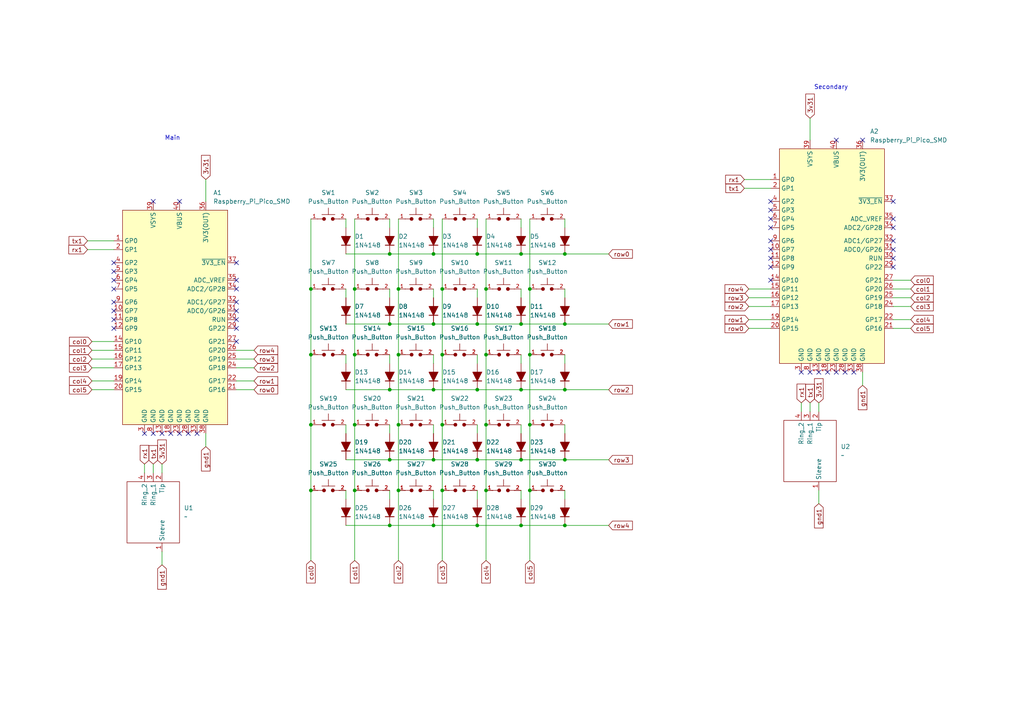
<source format=kicad_sch>
(kicad_sch (version 20250114) (generator "eeschema") (generator_version "9.0")
  (paper "A4")
  (lib_symbols
    (symbol "PCM_Diode_AKL:1N4148" (pin_numbers (hide yes)) (pin_names (offset 1.016) (hide yes))
      (property "Reference" "D" (at 0 5.08 0))
      (property "Value" "1N4148" (at 0 2.54 0))
      (symbol "1N4148_0_1"
        (polyline (pts (xy -1.27 1.27) (xy -1.27 -1.27) (xy 1.27 0) (xy -1.27 1.27)) (stroke (width 0.254)) (fill (type outline)))
        (polyline (pts (xy -1.27 0) (xy 1.27 0)))
        (polyline (pts (xy 1.27 1.27) (xy 1.27 -1.27)) (stroke (width 0.254)))
      )
      (symbol "1N4148_0_2"
        (polyline (pts (xy -2.54 -2.54) (xy 2.54 2.54)))
        (polyline (pts (xy -0.889 -0.889) (xy -1.778 0) (xy 0.889 0.889) (xy 0 -1.778) (xy -0.889 -0.889)) (stroke (width 0.254)) (fill (type outline)))
        (polyline (pts (xy 0 1.778) (xy 1.778 0)) (stroke (width 0.254)))
      )
      (symbol "1N4148_1_1"
        (pin passive line (at -3.81 0 0) (length 2.54) (name "A") (number "2"))
        (pin passive line (at 3.81 0 180) (length 2.54) (name "K") (number "1"))
      )
      (symbol "1N4148_1_2"
        (pin passive line (at -2.54 -2.54 0) (length 0) (name "A") (number "2"))
        (pin passive line (at 2.54 2.54 180) (length 0) (name "K") (number "1"))
      )
    )
    (symbol "PCM_SL_Devices:Push_Button"
      (property "Reference" "SW" (at 0 6.35 0))
      (property "Value" "Push_Button" (at 0 4.445 0))
      (symbol "Push_Button_0_1"
        (polyline (pts (xy -3.175 0) (xy -1.778 0)))
        (polyline (pts (xy -1.905 1.27) (xy 1.905 1.27)))
        (circle (center -1.27 0) (radius 0.4579) (fill (type outline)))
        (polyline (pts (xy 0 1.27) (xy 0 3.175)))
        (circle (center 1.27 0) (radius 0.4579) (fill (type outline)))
        (polyline (pts (xy 1.778 0) (xy 3.175 0)))
      )
      (symbol "Push_Button_1_1"
        (pin passive line (at -5.08 0 0) (length 2) (name "") (number "1"))
        (pin passive line (at 5.08 0 180) (length 2) (name "") (number "2"))
      )
    )
    (symbol "symbols:4ucon_trrs_3.5_smd"
      (property "Reference" "U" (at 0 0 0))
      (symbol "4ucon_trrs_3.5_smd_0_1"
        (polyline (pts (xy -5.08 8.89) (xy 10.16 8.89) (xy 10.16 -8.89) (xy -5.08 -8.89) (xy -5.08 8.89)))
      )
      (symbol "4ucon_trrs_3.5_smd_1_1"
        (pin bidirectional line (at 0 11.43 270) (length 2.54) (name "Ring_2") (number "4"))
        (pin bidirectional line (at 2.54 11.43 270) (length 2.54) (name "Ring_1") (number "3"))
        (pin bidirectional line (at 5.08 11.43 270) (length 2.54) (name "Tip") (number "2"))
        (pin bidirectional line (at 5.08 -11.43 90) (length 2.54) (name "Sleeve") (number "1"))
      )
    )
    (symbol "symbols:Raspberry_Pi_Pico_SMD"
      (property "Reference" "A" (at 12.7 34.29 0))
      (property "Value" "Raspberry_Pi_Pico_SMD" (at 21.59 31.75 0))
      (symbol "Raspberry_Pi_Pico_SMD_0_1"
        (rectangle (start -15.24 29.21) (end 15.24 -33.02) (fill (type background)))
      )
      (symbol "Raspberry_Pi_Pico_SMD_1_1"
        (pin bidirectional line (at -17.78 20.32 0) (length 2.54) (name "GP0") (number "1"))
        (pin bidirectional line (at -17.78 17.78 0) (length 2.54) (name "GP1") (number "2"))
        (pin bidirectional line (at -17.78 13.97 0) (length 2.54) (name "GP2") (number "4"))
        (pin bidirectional line (at -17.78 11.43 0) (length 2.54) (name "GP3") (number "5"))
        (pin bidirectional line (at -17.78 8.89 0) (length 2.54) (name "GP4") (number "6"))
        (pin bidirectional line (at -17.78 6.35 0) (length 2.54) (name "GP5") (number "7"))
        (pin bidirectional line (at -17.78 2.54 0) (length 2.54) (name "GP6") (number "9"))
        (pin bidirectional line (at -17.78 0 0) (length 2.54) (name "GP7") (number "10"))
        (pin bidirectional line (at -17.78 -2.54 0) (length 2.54) (name "GP8") (number "11"))
        (pin bidirectional line (at -17.78 -5.08 0) (length 2.54) (name "GP9") (number "12"))
        (pin bidirectional line (at -17.78 -8.89 0) (length 2.54) (name "GP10") (number "14"))
        (pin bidirectional line (at -17.78 -11.43 0) (length 2.54) (name "GP11") (number "15"))
        (pin bidirectional line (at -17.78 -13.97 0) (length 2.54) (name "GP12") (number "16"))
        (pin bidirectional line (at -17.78 -16.51 0) (length 2.54) (name "GP13") (number "17"))
        (pin bidirectional line (at -17.78 -20.32 0) (length 2.54) (name "GP14") (number "19"))
        (pin bidirectional line (at -17.78 -22.86 0) (length 2.54) (name "GP15") (number "20"))
        (pin power_in line (at -8.89 -35.56 90) (length 2.54) (name "GND") (number "3"))
        (pin power_in line (at -6.35 31.75 270) (length 2.54) (name "VSYS") (number "39"))
        (pin power_in line (at -6.35 -35.56 90) (length 2.54) (name "GND") (number "8"))
        (pin power_in line (at -3.81 -35.56 90) (length 2.54) (name "GND") (number "13"))
        (pin power_in line (at -1.27 -35.56 90) (length 2.54) (name "GND") (number "18"))
        (pin power_in line (at 1.27 31.75 270) (length 2.54) (name "VBUS") (number "40"))
        (pin power_in line (at 1.27 -35.56 90) (length 2.54) (name "GND") (number "23"))
        (pin power_in line (at 3.81 -35.56 90) (length 2.54) (name "GND") (number "28"))
        (pin power_in line (at 6.35 -35.56 90) (length 2.54) (name "GND") (number "33"))
        (pin power_in line (at 8.89 31.75 270) (length 2.54) (name "3V3(OUT)") (number "36"))
        (pin power_in line (at 8.89 -35.56 90) (length 2.54) (name "GND") (number "38"))
        (pin bidirectional line (at 17.78 13.97 180) (length 2.54) (name "~{3V3_EN}") (number "37"))
        (pin bidirectional line (at 17.78 8.89 180) (length 2.54) (name "ADC_VREF") (number "35"))
        (pin bidirectional line (at 17.78 6.35 180) (length 2.54) (name "ADC2/GP28") (number "34"))
        (pin bidirectional line (at 17.78 2.54 180) (length 2.54) (name "ADC1/GP27") (number "32"))
        (pin bidirectional line (at 17.78 0 180) (length 2.54) (name "ADC0/GP26") (number "31"))
        (pin bidirectional line (at 17.78 -2.54 180) (length 2.54) (name "RUN") (number "30"))
        (pin bidirectional line (at 17.78 -5.08 180) (length 2.54) (name "GP22") (number "29"))
        (pin bidirectional line (at 17.78 -8.89 180) (length 2.54) (name "GP21") (number "27"))
        (pin bidirectional line (at 17.78 -11.43 180) (length 2.54) (name "GP20") (number "26"))
        (pin bidirectional line (at 17.78 -13.97 180) (length 2.54) (name "GP19") (number "25"))
        (pin bidirectional line (at 17.78 -16.51 180) (length 2.54) (name "GP18") (number "24"))
        (pin bidirectional line (at 17.78 -20.32 180) (length 2.54) (name "GP17") (number "22"))
        (pin bidirectional line (at 17.78 -22.86 180) (length 2.54) (name "GP16") (number "21"))
      )
    )
  )
  (text "Main" (at 50.038 40.132 0) (effects (font (size 1.27 1.27))))
  (text "Secondary" (at 241.046 25.4 0) (effects (font (size 1.27 1.27))))
  (junction (at 153.67 83.82))
  (junction (at 102.87 123.19))
  (junction (at 90.17 142.24))
  (junction (at 140.97 142.24))
  (junction (at 151.13 73.66))
  (junction (at 90.17 102.87))
  (junction (at 90.17 123.19))
  (junction (at 151.13 152.4))
  (junction (at 125.73 73.66))
  (junction (at 138.43 93.98))
  (junction (at 128.27 83.82))
  (junction (at 151.13 133.35))
  (junction (at 153.67 102.87))
  (junction (at 151.13 113.03))
  (junction (at 102.87 102.87))
  (junction (at 138.43 152.4))
  (junction (at 151.13 93.98))
  (junction (at 125.73 133.35))
  (junction (at 113.03 93.98))
  (junction (at 138.43 113.03))
  (junction (at 102.87 142.24))
  (junction (at 140.97 123.19))
  (junction (at 163.83 152.4))
  (junction (at 115.57 123.19))
  (junction (at 102.87 83.82))
  (junction (at 138.43 73.66))
  (junction (at 138.43 133.35))
  (junction (at 113.03 152.4))
  (junction (at 115.57 142.24))
  (junction (at 115.57 83.82))
  (junction (at 163.83 73.66))
  (junction (at 113.03 73.66))
  (junction (at 113.03 133.35))
  (junction (at 125.73 152.4))
  (junction (at 125.73 93.98))
  (junction (at 113.03 113.03))
  (junction (at 140.97 83.82))
  (junction (at 163.83 113.03))
  (junction (at 163.83 93.98))
  (junction (at 163.83 133.35))
  (junction (at 128.27 142.24))
  (junction (at 140.97 102.87))
  (junction (at 128.27 102.87))
  (junction (at 90.17 83.82))
  (junction (at 153.67 142.24))
  (junction (at 125.73 113.03))
  (junction (at 115.57 102.87))
  (junction (at 153.67 123.19))
  (junction (at 128.27 123.19))
  (no_connect (at 223.52 72.39))
  (no_connect (at 52.07 125.73))
  (no_connect (at 68.58 87.63))
  (no_connect (at 68.58 92.71))
  (no_connect (at 44.45 125.73))
  (no_connect (at 57.15 125.73))
  (no_connect (at 68.58 90.17))
  (no_connect (at 46.99 125.73))
  (no_connect (at 33.02 87.63))
  (no_connect (at 52.07 58.42))
  (no_connect (at 33.02 92.71))
  (no_connect (at 68.58 76.2))
  (no_connect (at 33.02 83.82))
  (no_connect (at 33.02 78.74))
  (no_connect (at 68.58 99.06))
  (no_connect (at 237.49 107.95))
  (no_connect (at 259.08 63.5))
  (no_connect (at 247.65 107.95))
  (no_connect (at 223.52 74.93))
  (no_connect (at 41.91 125.73))
  (no_connect (at 259.08 77.47))
  (no_connect (at 44.45 58.42))
  (no_connect (at 223.52 63.5))
  (no_connect (at 223.52 58.42))
  (no_connect (at 259.08 72.39))
  (no_connect (at 49.53 125.73))
  (no_connect (at 33.02 90.17))
  (no_connect (at 259.08 66.04))
  (no_connect (at 242.57 40.64))
  (no_connect (at 54.61 125.73))
  (no_connect (at 223.52 77.47))
  (no_connect (at 250.19 40.64))
  (no_connect (at 68.58 81.28))
  (no_connect (at 232.41 107.95))
  (no_connect (at 33.02 95.25))
  (no_connect (at 259.08 69.85))
  (no_connect (at 223.52 69.85))
  (no_connect (at 234.95 107.95))
  (no_connect (at 33.02 76.2))
  (no_connect (at 223.52 60.96))
  (no_connect (at 68.58 95.25))
  (no_connect (at 259.08 74.93))
  (no_connect (at 33.02 81.28))
  (no_connect (at 242.57 107.95))
  (no_connect (at 240.03 107.95))
  (no_connect (at 68.58 83.82))
  (no_connect (at 223.52 81.28))
  (no_connect (at 245.11 107.95))
  (no_connect (at 259.08 58.42))
  (no_connect (at 223.52 66.04))
  (wire (pts (xy 217.17 83.82) (xy 223.52 83.82)))
  (wire (pts (xy 113.03 133.35) (xy 125.73 133.35)))
  (wire (pts (xy 217.17 92.71) (xy 223.52 92.71)))
  (wire (pts (xy 46.99 134.62) (xy 46.99 137.16)))
  (wire (pts (xy 26.67 113.03) (xy 33.02 113.03)))
  (wire (pts (xy 68.58 113.03) (xy 73.66 113.03)))
  (wire (pts (xy 140.97 63.5) (xy 140.97 83.82)))
  (wire (pts (xy 125.73 133.35) (xy 138.43 133.35)))
  (wire (pts (xy 163.83 73.66) (xy 176.53 73.66)))
  (wire (pts (xy 151.13 83.82) (xy 151.13 86.36)))
  (wire (pts (xy 259.08 95.25) (xy 264.16 95.25)))
  (wire (pts (xy 113.03 113.03) (xy 125.73 113.03)))
  (wire (pts (xy 163.83 152.4) (xy 176.53 152.4)))
  (wire (pts (xy 125.73 123.19) (xy 125.73 125.73)))
  (wire (pts (xy 128.27 123.19) (xy 128.27 142.24)))
  (wire (pts (xy 100.33 142.24) (xy 100.33 144.78)))
  (wire (pts (xy 115.57 63.5) (xy 115.57 83.82)))
  (wire (pts (xy 250.19 107.95) (xy 250.19 111.76)))
  (wire (pts (xy 237.49 116.84) (xy 237.49 119.38)))
  (wire (pts (xy 113.03 142.24) (xy 113.03 144.78)))
  (wire (pts (xy 259.08 83.82) (xy 264.16 83.82)))
  (wire (pts (xy 125.73 152.4) (xy 138.43 152.4)))
  (wire (pts (xy 163.83 113.03) (xy 176.53 113.03)))
  (wire (pts (xy 102.87 142.24) (xy 102.87 162.56)))
  (wire (pts (xy 234.95 34.29) (xy 234.95 40.64)))
  (wire (pts (xy 234.95 116.84) (xy 234.95 119.38)))
  (wire (pts (xy 153.67 142.24) (xy 153.67 162.56)))
  (wire (pts (xy 163.83 93.98) (xy 176.53 93.98)))
  (wire (pts (xy 163.83 102.87) (xy 163.83 105.41)))
  (wire (pts (xy 68.58 110.49) (xy 73.66 110.49)))
  (wire (pts (xy 217.17 88.9) (xy 223.52 88.9)))
  (wire (pts (xy 115.57 123.19) (xy 115.57 142.24)))
  (wire (pts (xy 140.97 102.87) (xy 140.97 123.19)))
  (wire (pts (xy 138.43 63.5) (xy 138.43 66.04)))
  (wire (pts (xy 26.67 104.14) (xy 33.02 104.14)))
  (wire (pts (xy 153.67 123.19) (xy 153.67 142.24)))
  (wire (pts (xy 232.41 116.84) (xy 232.41 119.38)))
  (wire (pts (xy 100.33 123.19) (xy 100.33 125.73)))
  (wire (pts (xy 102.87 83.82) (xy 102.87 102.87)))
  (wire (pts (xy 68.58 104.14) (xy 73.66 104.14)))
  (wire (pts (xy 215.9 54.61) (xy 223.52 54.61)))
  (wire (pts (xy 128.27 142.24) (xy 128.27 162.56)))
  (wire (pts (xy 138.43 93.98) (xy 151.13 93.98)))
  (wire (pts (xy 25.4 72.39) (xy 33.02 72.39)))
  (wire (pts (xy 138.43 73.66) (xy 151.13 73.66)))
  (wire (pts (xy 237.49 142.24) (xy 237.49 146.05)))
  (wire (pts (xy 115.57 102.87) (xy 115.57 123.19)))
  (wire (pts (xy 153.67 63.5) (xy 153.67 83.82)))
  (wire (pts (xy 59.69 125.73) (xy 59.69 129.54)))
  (wire (pts (xy 151.13 102.87) (xy 151.13 105.41)))
  (wire (pts (xy 125.73 73.66) (xy 138.43 73.66)))
  (wire (pts (xy 102.87 102.87) (xy 102.87 123.19)))
  (wire (pts (xy 125.73 142.24) (xy 125.73 144.78)))
  (wire (pts (xy 151.13 73.66) (xy 163.83 73.66)))
  (wire (pts (xy 259.08 86.36) (xy 264.16 86.36)))
  (wire (pts (xy 100.33 133.35) (xy 113.03 133.35)))
  (wire (pts (xy 90.17 123.19) (xy 90.17 142.24)))
  (wire (pts (xy 140.97 142.24) (xy 140.97 162.56)))
  (wire (pts (xy 90.17 83.82) (xy 90.17 102.87)))
  (wire (pts (xy 138.43 152.4) (xy 151.13 152.4)))
  (wire (pts (xy 113.03 102.87) (xy 113.03 105.41)))
  (wire (pts (xy 138.43 142.24) (xy 138.43 144.78)))
  (wire (pts (xy 153.67 83.82) (xy 153.67 102.87)))
  (wire (pts (xy 215.9 52.07) (xy 223.52 52.07)))
  (wire (pts (xy 128.27 63.5) (xy 128.27 83.82)))
  (wire (pts (xy 100.33 93.98) (xy 113.03 93.98)))
  (wire (pts (xy 113.03 83.82) (xy 113.03 86.36)))
  (wire (pts (xy 68.58 106.68) (xy 73.66 106.68)))
  (wire (pts (xy 90.17 142.24) (xy 90.17 162.56)))
  (wire (pts (xy 115.57 83.82) (xy 115.57 102.87)))
  (wire (pts (xy 151.13 133.35) (xy 163.83 133.35)))
  (wire (pts (xy 138.43 123.19) (xy 138.43 125.73)))
  (wire (pts (xy 128.27 83.82) (xy 128.27 102.87)))
  (wire (pts (xy 125.73 93.98) (xy 138.43 93.98)))
  (wire (pts (xy 102.87 123.19) (xy 102.87 142.24)))
  (wire (pts (xy 113.03 123.19) (xy 113.03 125.73)))
  (wire (pts (xy 90.17 63.5) (xy 90.17 83.82)))
  (wire (pts (xy 125.73 102.87) (xy 125.73 105.41)))
  (wire (pts (xy 26.67 99.06) (xy 33.02 99.06)))
  (wire (pts (xy 140.97 123.19) (xy 140.97 142.24)))
  (wire (pts (xy 90.17 102.87) (xy 90.17 123.19)))
  (wire (pts (xy 138.43 113.03) (xy 151.13 113.03)))
  (wire (pts (xy 217.17 86.36) (xy 223.52 86.36)))
  (wire (pts (xy 100.33 73.66) (xy 113.03 73.66)))
  (wire (pts (xy 151.13 93.98) (xy 163.83 93.98)))
  (wire (pts (xy 138.43 133.35) (xy 151.13 133.35)))
  (wire (pts (xy 153.67 102.87) (xy 153.67 123.19)))
  (wire (pts (xy 25.4 69.85) (xy 33.02 69.85)))
  (wire (pts (xy 125.73 63.5) (xy 125.73 66.04)))
  (wire (pts (xy 115.57 142.24) (xy 115.57 162.56)))
  (wire (pts (xy 26.67 110.49) (xy 33.02 110.49)))
  (wire (pts (xy 113.03 63.5) (xy 113.03 66.04)))
  (wire (pts (xy 113.03 93.98) (xy 125.73 93.98)))
  (wire (pts (xy 59.69 52.07) (xy 59.69 58.42)))
  (wire (pts (xy 163.83 142.24) (xy 163.83 144.78)))
  (wire (pts (xy 151.13 113.03) (xy 163.83 113.03)))
  (wire (pts (xy 26.67 101.6) (xy 33.02 101.6)))
  (wire (pts (xy 125.73 83.82) (xy 125.73 86.36)))
  (wire (pts (xy 163.83 63.5) (xy 163.83 66.04)))
  (wire (pts (xy 151.13 152.4) (xy 163.83 152.4)))
  (wire (pts (xy 138.43 83.82) (xy 138.43 86.36)))
  (wire (pts (xy 259.08 81.28) (xy 264.16 81.28)))
  (wire (pts (xy 151.13 123.19) (xy 151.13 125.73)))
  (wire (pts (xy 100.33 102.87) (xy 100.33 105.41)))
  (wire (pts (xy 128.27 102.87) (xy 128.27 123.19)))
  (wire (pts (xy 41.91 134.62) (xy 41.91 137.16)))
  (wire (pts (xy 100.33 83.82) (xy 100.33 86.36)))
  (wire (pts (xy 259.08 92.71) (xy 264.16 92.71)))
  (wire (pts (xy 68.58 101.6) (xy 73.66 101.6)))
  (wire (pts (xy 46.99 160.02) (xy 46.99 163.83)))
  (wire (pts (xy 217.17 95.25) (xy 223.52 95.25)))
  (wire (pts (xy 163.83 123.19) (xy 163.83 125.73)))
  (wire (pts (xy 102.87 63.5) (xy 102.87 83.82)))
  (wire (pts (xy 113.03 73.66) (xy 125.73 73.66)))
  (wire (pts (xy 138.43 102.87) (xy 138.43 105.41)))
  (wire (pts (xy 140.97 83.82) (xy 140.97 102.87)))
  (wire (pts (xy 100.33 113.03) (xy 113.03 113.03)))
  (wire (pts (xy 259.08 88.9) (xy 264.16 88.9)))
  (wire (pts (xy 151.13 63.5) (xy 151.13 66.04)))
  (wire (pts (xy 26.67 106.68) (xy 33.02 106.68)))
  (wire (pts (xy 100.33 63.5) (xy 100.33 66.04)))
  (wire (pts (xy 163.83 83.82) (xy 163.83 86.36)))
  (wire (pts (xy 113.03 152.4) (xy 125.73 152.4)))
  (wire (pts (xy 163.83 133.35) (xy 176.53 133.35)))
  (wire (pts (xy 100.33 152.4) (xy 113.03 152.4)))
  (wire (pts (xy 44.45 134.62) (xy 44.45 137.16)))
  (wire (pts (xy 151.13 142.24) (xy 151.13 144.78)))
  (wire (pts (xy 125.73 113.03) (xy 138.43 113.03)))
  (global_label "row4" (shape input) (at 176.53 152.4 0) (property "Intersheetrefs" "${INTERSHEET_REFS}" (effects (hide yes))))
  (global_label "3v31" (shape input) (at 234.95 34.29 90) (property "Intersheetrefs" "${INTERSHEET_REFS}" (effects (hide yes))))
  (global_label "row2" (shape input) (at 73.66 106.68 0) (property "Intersheetrefs" "${INTERSHEET_REFS}" (effects (hide yes))))
  (global_label "row1" (shape input) (at 176.53 93.98 0) (property "Intersheetrefs" "${INTERSHEET_REFS}" (effects (hide yes))))
  (global_label "col1" (shape input) (at 26.67 101.6 180) (property "Intersheetrefs" "${INTERSHEET_REFS}" (effects (hide yes))))
  (global_label "rx1" (shape input) (at 215.9 52.07 180) (property "Intersheetrefs" "${INTERSHEET_REFS}" (effects (hide yes))))
  (global_label "rx1" (shape input) (at 232.41 116.84 90) (property "Intersheetrefs" "${INTERSHEET_REFS}" (effects (hide yes))))
  (global_label "col0" (shape input) (at 90.17 162.56 270) (property "Intersheetrefs" "${INTERSHEET_REFS}" (effects (hide yes))))
  (global_label "rx1" (shape input) (at 41.91 134.62 90) (property "Intersheetrefs" "${INTERSHEET_REFS}" (effects (hide yes))))
  (global_label "row3" (shape input) (at 73.66 104.14 0) (property "Intersheetrefs" "${INTERSHEET_REFS}" (effects (hide yes))))
  (global_label "row1" (shape input) (at 73.66 110.49 0) (property "Intersheetrefs" "${INTERSHEET_REFS}" (effects (hide yes))))
  (global_label "col4" (shape input) (at 264.16 92.71 0) (property "Intersheetrefs" "${INTERSHEET_REFS}" (effects (hide yes))))
  (global_label "rx1" (shape input) (at 25.4 72.39 180) (property "Intersheetrefs" "${INTERSHEET_REFS}" (effects (hide yes))))
  (global_label "3v31" (shape input) (at 237.49 116.84 90) (property "Intersheetrefs" "${INTERSHEET_REFS}" (effects (hide yes))))
  (global_label "col3" (shape input) (at 264.16 88.9 0) (property "Intersheetrefs" "${INTERSHEET_REFS}" (effects (hide yes))))
  (global_label "gnd1" (shape input) (at 46.99 163.83 270) (property "Intersheetrefs" "${INTERSHEET_REFS}" (effects (hide yes))))
  (global_label "tx1" (shape input) (at 234.95 116.84 90) (property "Intersheetrefs" "${INTERSHEET_REFS}" (effects (hide yes))))
  (global_label "row0" (shape input) (at 176.53 73.66 0) (property "Intersheetrefs" "${INTERSHEET_REFS}" (effects (hide yes))))
  (global_label "row3" (shape input) (at 176.53 133.35 0) (property "Intersheetrefs" "${INTERSHEET_REFS}" (effects (hide yes))))
  (global_label "tx1" (shape input) (at 215.9 54.61 180) (property "Intersheetrefs" "${INTERSHEET_REFS}" (effects (hide yes))))
  (global_label "row4" (shape input) (at 73.66 101.6 0) (property "Intersheetrefs" "${INTERSHEET_REFS}" (effects (hide yes))))
  (global_label "col2" (shape input) (at 26.67 104.14 180) (property "Intersheetrefs" "${INTERSHEET_REFS}" (effects (hide yes))))
  (global_label "col3" (shape input) (at 26.67 106.68 180) (property "Intersheetrefs" "${INTERSHEET_REFS}" (effects (hide yes))))
  (global_label "row0" (shape input) (at 217.17 95.25 180) (property "Intersheetrefs" "${INTERSHEET_REFS}" (effects (hide yes))))
  (global_label "col0" (shape input) (at 26.67 99.06 180) (property "Intersheetrefs" "${INTERSHEET_REFS}" (effects (hide yes))))
  (global_label "3v31" (shape input) (at 46.99 134.62 90) (property "Intersheetrefs" "${INTERSHEET_REFS}" (effects (hide yes))))
  (global_label "tx1" (shape input) (at 44.45 134.62 90) (property "Intersheetrefs" "${INTERSHEET_REFS}" (effects (hide yes))))
  (global_label "col3" (shape input) (at 128.27 162.56 270) (property "Intersheetrefs" "${INTERSHEET_REFS}" (effects (hide yes))))
  (global_label "col1" (shape input) (at 264.16 83.82 0) (property "Intersheetrefs" "${INTERSHEET_REFS}" (effects (hide yes))))
  (global_label "row2" (shape input) (at 176.53 113.03 0) (property "Intersheetrefs" "${INTERSHEET_REFS}" (effects (hide yes))))
  (global_label "col1" (shape input) (at 102.87 162.56 270) (property "Intersheetrefs" "${INTERSHEET_REFS}" (effects (hide yes))))
  (global_label "col2" (shape input) (at 264.16 86.36 0) (property "Intersheetrefs" "${INTERSHEET_REFS}" (effects (hide yes))))
  (global_label "row2" (shape input) (at 217.17 88.9 180) (property "Intersheetrefs" "${INTERSHEET_REFS}" (effects (hide yes))))
  (global_label "3v31" (shape input) (at 59.69 52.07 90) (property "Intersheetrefs" "${INTERSHEET_REFS}" (effects (hide yes))))
  (global_label "col5" (shape input) (at 26.67 113.03 180) (property "Intersheetrefs" "${INTERSHEET_REFS}" (effects (hide yes))))
  (global_label "col2" (shape input) (at 115.57 162.56 270) (property "Intersheetrefs" "${INTERSHEET_REFS}" (effects (hide yes))))
  (global_label "col5" (shape input) (at 264.16 95.25 0) (property "Intersheetrefs" "${INTERSHEET_REFS}" (effects (hide yes))))
  (global_label "gnd1" (shape input) (at 59.69 129.54 270) (property "Intersheetrefs" "${INTERSHEET_REFS}" (effects (hide yes))))
  (global_label "row1" (shape input) (at 217.17 92.71 180) (property "Intersheetrefs" "${INTERSHEET_REFS}" (effects (hide yes))))
  (global_label "tx1" (shape input) (at 25.4 69.85 180) (property "Intersheetrefs" "${INTERSHEET_REFS}" (effects (hide yes))))
  (global_label "col4" (shape input) (at 140.97 162.56 270) (property "Intersheetrefs" "${INTERSHEET_REFS}" (effects (hide yes))))
  (global_label "gnd1" (shape input) (at 250.19 111.76 270) (property "Intersheetrefs" "${INTERSHEET_REFS}" (effects (hide yes))))
  (global_label "col0" (shape input) (at 264.16 81.28 0) (property "Intersheetrefs" "${INTERSHEET_REFS}" (effects (hide yes))))
  (global_label "gnd1" (shape input) (at 237.49 146.05 270) (property "Intersheetrefs" "${INTERSHEET_REFS}" (effects (hide yes))))
  (global_label "row3" (shape input) (at 217.17 86.36 180) (property "Intersheetrefs" "${INTERSHEET_REFS}" (effects (hide yes))))
  (global_label "col4" (shape input) (at 26.67 110.49 180) (property "Intersheetrefs" "${INTERSHEET_REFS}" (effects (hide yes))))
  (global_label "col5" (shape input) (at 153.67 162.56 270) (property "Intersheetrefs" "${INTERSHEET_REFS}" (effects (hide yes))))
  (global_label "row4" (shape input) (at 217.17 83.82 180) (property "Intersheetrefs" "${INTERSHEET_REFS}" (effects (hide yes))))
  (global_label "row0" (shape input) (at 73.66 113.03 0) (property "Intersheetrefs" "${INTERSHEET_REFS}" (effects (hide yes))))
  (symbol (lib_id "symbols:4ucon_trrs_3.5_smd") (at 41.91 148.59 0) (unit 1)
    (property "Reference" "U1" (at 53.34 147.3199 0) (effects (justify left)))
    (property "Value" "~" (at 53.34 149.8599 0) (effects (justify left)))
    (property "Footprint" "footprints:4ucon trrs 3.5 smd" (effects (hide yes)))
  )
  (symbol (lib_id "PCM_Diode_AKL:1N4148") (at 125.73 90.17 270) (unit 1)
    (property "Reference" "D9" (at 128.27 88.8999 90) (effects (justify left)))
    (property "Value" "1N4148" (at 128.27 91.4399 90) (effects (justify left)))
    (property "Footprint" "PCM_Diode_THT_AKL:D_DO-35_SOD27_P7.62mm_Horizontal" (effects (hide yes)))
    (property "Datasheet" "https://datasheet.octopart.com/1N4148TR-ON-Semiconductor-datasheet-42765246.pdf" (effects (hide yes)))
    (property "Description" "DO-35 Diode, Small Signal, Fast Switching, 75V, 150mA, 4ns, Alternate KiCad Library" (effects (hide yes)))
  )
  (symbol (lib_id "PCM_SL_Devices:Push_Button") (at 158.75 102.87 0) (unit 1)
    (property "Reference" "SW18" (at 158.75 95.25 0))
    (property "Value" "Push_Button" (at 158.75 97.79 0))
    (property "Footprint" "footprints:SW_Kailh_Choc_V2_1.00u_double-sided" (effects (hide yes)))
    (property "Description" "Common 6mmx6mm Push Button" (effects (hide yes)))
  )
  (symbol (lib_id "PCM_Diode_AKL:1N4148") (at 151.13 90.17 270) (unit 1)
    (property "Reference" "D11" (at 153.67 88.8999 90) (effects (justify left)))
    (property "Value" "1N4148" (at 153.67 91.4399 90) (effects (justify left)))
    (property "Footprint" "PCM_Diode_THT_AKL:D_DO-35_SOD27_P7.62mm_Horizontal" (effects (hide yes)))
    (property "Datasheet" "https://datasheet.octopart.com/1N4148TR-ON-Semiconductor-datasheet-42765246.pdf" (effects (hide yes)))
    (property "Description" "DO-35 Diode, Small Signal, Fast Switching, 75V, 150mA, 4ns, Alternate KiCad Library" (effects (hide yes)))
  )
  (symbol (lib_id "PCM_Diode_AKL:1N4148") (at 163.83 148.59 270) (unit 1)
    (property "Reference" "D30" (effects (hide yes)))
    (property "Value" "1N4148" (effects (hide yes)))
    (property "Footprint" "PCM_Diode_THT_AKL:D_DO-35_SOD27_P7.62mm_Horizontal" (effects (hide yes)))
    (property "Datasheet" "https://datasheet.octopart.com/1N4148TR-ON-Semiconductor-datasheet-42765246.pdf" (effects (hide yes)))
    (property "Description" "DO-35 Diode, Small Signal, Fast Switching, 75V, 150mA, 4ns, Alternate KiCad Library" (effects (hide yes)))
  )
  (symbol (lib_id "PCM_SL_Devices:Push_Button") (at 120.65 83.82 0) (unit 1)
    (property "Reference" "SW9" (at 120.65 76.2 0))
    (property "Value" "Push_Button" (at 120.65 78.74 0))
    (property "Footprint" "footprints:SW_Kailh_Choc_V2_1.00u_double-sided" (effects (hide yes)))
    (property "Description" "Common 6mmx6mm Push Button" (effects (hide yes)))
  )
  (symbol (lib_id "PCM_Diode_AKL:1N4148") (at 113.03 109.22 270) (unit 1)
    (property "Reference" "D14" (at 115.57 107.9499 90) (effects (justify left)))
    (property "Value" "1N4148" (at 115.57 110.4899 90) (effects (justify left)))
    (property "Footprint" "PCM_Diode_THT_AKL:D_DO-35_SOD27_P7.62mm_Horizontal" (effects (hide yes)))
    (property "Datasheet" "https://datasheet.octopart.com/1N4148TR-ON-Semiconductor-datasheet-42765246.pdf" (effects (hide yes)))
    (property "Description" "DO-35 Diode, Small Signal, Fast Switching, 75V, 150mA, 4ns, Alternate KiCad Library" (effects (hide yes)))
  )
  (symbol (lib_id "PCM_SL_Devices:Push_Button") (at 133.35 83.82 0) (unit 1)
    (property "Reference" "SW10" (at 133.35 76.2 0))
    (property "Value" "Push_Button" (at 133.35 78.74 0))
    (property "Footprint" "footprints:SW_Kailh_Choc_V2_1.00u_double-sided" (effects (hide yes)))
    (property "Description" "Common 6mmx6mm Push Button" (effects (hide yes)))
  )
  (symbol (lib_id "PCM_Diode_AKL:1N4148") (at 151.13 129.54 270) (unit 1)
    (property "Reference" "D23" (at 153.67 128.2699 90) (effects (justify left)))
    (property "Value" "1N4148" (at 153.67 130.8099 90) (effects (justify left)))
    (property "Footprint" "PCM_Diode_THT_AKL:D_DO-35_SOD27_P7.62mm_Horizontal" (effects (hide yes)))
    (property "Datasheet" "https://datasheet.octopart.com/1N4148TR-ON-Semiconductor-datasheet-42765246.pdf" (effects (hide yes)))
    (property "Description" "DO-35 Diode, Small Signal, Fast Switching, 75V, 150mA, 4ns, Alternate KiCad Library" (effects (hide yes)))
  )
  (symbol (lib_id "PCM_Diode_AKL:1N4148") (at 138.43 109.22 270) (unit 1)
    (property "Reference" "D16" (at 140.97 107.9499 90) (effects (justify left)))
    (property "Value" "1N4148" (at 140.97 110.4899 90) (effects (justify left)))
    (property "Footprint" "PCM_Diode_THT_AKL:D_DO-35_SOD27_P7.62mm_Horizontal" (effects (hide yes)))
    (property "Datasheet" "https://datasheet.octopart.com/1N4148TR-ON-Semiconductor-datasheet-42765246.pdf" (effects (hide yes)))
    (property "Description" "DO-35 Diode, Small Signal, Fast Switching, 75V, 150mA, 4ns, Alternate KiCad Library" (effects (hide yes)))
  )
  (symbol (lib_id "PCM_Diode_AKL:1N4148") (at 100.33 69.85 270) (unit 1)
    (property "Reference" "D1" (at 102.87 68.5799 90) (effects (justify left)))
    (property "Value" "1N4148" (at 102.87 71.1199 90) (effects (justify left)))
    (property "Footprint" "PCM_Diode_THT_AKL:D_DO-35_SOD27_P7.62mm_Horizontal" (effects (hide yes)))
    (property "Datasheet" "https://datasheet.octopart.com/1N4148TR-ON-Semiconductor-datasheet-42765246.pdf" (effects (hide yes)))
    (property "Description" "DO-35 Diode, Small Signal, Fast Switching, 75V, 150mA, 4ns, Alternate KiCad Library" (effects (hide yes)))
  )
  (symbol (lib_id "PCM_SL_Devices:Push_Button") (at 133.35 123.19 0) (unit 1)
    (property "Reference" "SW22" (at 133.35 115.57 0))
    (property "Value" "Push_Button" (at 133.35 118.11 0))
    (property "Footprint" "footprints:SW_Kailh_Choc_V2_1.00u_double-sided" (effects (hide yes)))
    (property "Description" "Common 6mmx6mm Push Button" (effects (hide yes)))
  )
  (symbol (lib_id "PCM_Diode_AKL:1N4148") (at 100.33 90.17 270) (unit 1)
    (property "Reference" "D7" (at 102.87 88.8999 90) (effects (justify left)))
    (property "Value" "1N4148" (at 102.87 91.4399 90) (effects (justify left)))
    (property "Footprint" "PCM_Diode_THT_AKL:D_DO-35_SOD27_P7.62mm_Horizontal" (effects (hide yes)))
    (property "Datasheet" "https://datasheet.octopart.com/1N4148TR-ON-Semiconductor-datasheet-42765246.pdf" (effects (hide yes)))
    (property "Description" "DO-35 Diode, Small Signal, Fast Switching, 75V, 150mA, 4ns, Alternate KiCad Library" (effects (hide yes)))
  )
  (symbol (lib_id "PCM_Diode_AKL:1N4148") (at 125.73 109.22 270) (unit 1)
    (property "Reference" "D15" (at 128.27 107.9499 90) (effects (justify left)))
    (property "Value" "1N4148" (at 128.27 110.4899 90) (effects (justify left)))
    (property "Footprint" "PCM_Diode_THT_AKL:D_DO-35_SOD27_P7.62mm_Horizontal" (effects (hide yes)))
    (property "Datasheet" "https://datasheet.octopart.com/1N4148TR-ON-Semiconductor-datasheet-42765246.pdf" (effects (hide yes)))
    (property "Description" "DO-35 Diode, Small Signal, Fast Switching, 75V, 150mA, 4ns, Alternate KiCad Library" (effects (hide yes)))
  )
  (symbol (lib_id "PCM_Diode_AKL:1N4148") (at 113.03 129.54 270) (unit 1)
    (property "Reference" "D20" (at 115.57 128.2699 90) (effects (justify left)))
    (property "Value" "1N4148" (at 115.57 130.8099 90) (effects (justify left)))
    (property "Footprint" "PCM_Diode_THT_AKL:D_DO-35_SOD27_P7.62mm_Horizontal" (effects (hide yes)))
    (property "Datasheet" "https://datasheet.octopart.com/1N4148TR-ON-Semiconductor-datasheet-42765246.pdf" (effects (hide yes)))
    (property "Description" "DO-35 Diode, Small Signal, Fast Switching, 75V, 150mA, 4ns, Alternate KiCad Library" (effects (hide yes)))
  )
  (symbol (lib_id "PCM_SL_Devices:Push_Button") (at 146.05 83.82 0) (unit 1)
    (property "Reference" "SW11" (at 146.05 76.2 0))
    (property "Value" "Push_Button" (at 146.05 78.74 0))
    (property "Footprint" "footprints:SW_Kailh_Choc_V2_1.00u_double-sided" (effects (hide yes)))
    (property "Description" "Common 6mmx6mm Push Button" (effects (hide yes)))
  )
  (symbol (lib_id "PCM_Diode_AKL:1N4148") (at 151.13 69.85 270) (unit 1)
    (property "Reference" "D5" (at 153.67 68.5799 90) (effects (justify left)))
    (property "Value" "1N4148" (at 153.67 71.1199 90) (effects (justify left)))
    (property "Footprint" "PCM_Diode_THT_AKL:D_DO-35_SOD27_P7.62mm_Horizontal" (effects (hide yes)))
    (property "Datasheet" "https://datasheet.octopart.com/1N4148TR-ON-Semiconductor-datasheet-42765246.pdf" (effects (hide yes)))
    (property "Description" "DO-35 Diode, Small Signal, Fast Switching, 75V, 150mA, 4ns, Alternate KiCad Library" (effects (hide yes)))
  )
  (symbol (lib_id "PCM_Diode_AKL:1N4148") (at 138.43 148.59 270) (unit 1)
    (property "Reference" "D28" (at 140.97 147.3199 90) (effects (justify left)))
    (property "Value" "1N4148" (at 140.97 149.8599 90) (effects (justify left)))
    (property "Footprint" "PCM_Diode_THT_AKL:D_DO-35_SOD27_P7.62mm_Horizontal" (effects (hide yes)))
    (property "Datasheet" "https://datasheet.octopart.com/1N4148TR-ON-Semiconductor-datasheet-42765246.pdf" (effects (hide yes)))
    (property "Description" "DO-35 Diode, Small Signal, Fast Switching, 75V, 150mA, 4ns, Alternate KiCad Library" (effects (hide yes)))
  )
  (symbol (lib_id "PCM_Diode_AKL:1N4148") (at 151.13 109.22 270) (unit 1)
    (property "Reference" "D17" (at 153.67 107.9499 90) (effects (justify left)))
    (property "Value" "1N4148" (at 153.67 110.4899 90) (effects (justify left)))
    (property "Footprint" "PCM_Diode_THT_AKL:D_DO-35_SOD27_P7.62mm_Horizontal" (effects (hide yes)))
    (property "Datasheet" "https://datasheet.octopart.com/1N4148TR-ON-Semiconductor-datasheet-42765246.pdf" (effects (hide yes)))
    (property "Description" "DO-35 Diode, Small Signal, Fast Switching, 75V, 150mA, 4ns, Alternate KiCad Library" (effects (hide yes)))
  )
  (symbol (lib_id "PCM_SL_Devices:Push_Button") (at 95.25 102.87 0) (unit 1)
    (property "Reference" "SW13" (at 95.25 95.25 0))
    (property "Value" "Push_Button" (at 95.25 97.79 0))
    (property "Footprint" "footprints:SW_Kailh_Choc_V2_1.00u_double-sided" (effects (hide yes)))
    (property "Description" "Common 6mmx6mm Push Button" (effects (hide yes)))
  )
  (symbol (lib_id "symbols:4ucon_trrs_3.5_smd") (at 232.41 130.81 0) (unit 1)
    (property "Reference" "U2" (at 243.84 129.5399 0) (effects (justify left)))
    (property "Value" "~" (at 243.84 132.0799 0) (effects (justify left)))
    (property "Footprint" "footprints:4ucon trrs 3.5 smd back" (effects (hide yes)))
  )
  (symbol (lib_id "PCM_Diode_AKL:1N4148") (at 138.43 129.54 270) (unit 1)
    (property "Reference" "D22" (at 140.97 128.2699 90) (effects (justify left)))
    (property "Value" "1N4148" (at 140.97 130.8099 90) (effects (justify left)))
    (property "Footprint" "PCM_Diode_THT_AKL:D_DO-35_SOD27_P7.62mm_Horizontal" (effects (hide yes)))
    (property "Datasheet" "https://datasheet.octopart.com/1N4148TR-ON-Semiconductor-datasheet-42765246.pdf" (effects (hide yes)))
    (property "Description" "DO-35 Diode, Small Signal, Fast Switching, 75V, 150mA, 4ns, Alternate KiCad Library" (effects (hide yes)))
  )
  (symbol (lib_id "PCM_SL_Devices:Push_Button") (at 95.25 123.19 0) (unit 1)
    (property "Reference" "SW19" (at 95.25 115.57 0))
    (property "Value" "Push_Button" (at 95.25 118.11 0))
    (property "Footprint" "footprints:SW_Kailh_Choc_V2_1.00u_double-sided" (effects (hide yes)))
    (property "Description" "Common 6mmx6mm Push Button" (effects (hide yes)))
  )
  (symbol (lib_id "PCM_Diode_AKL:1N4148") (at 113.03 69.85 270) (unit 1)
    (property "Reference" "D2" (at 115.57 68.5799 90) (effects (justify left)))
    (property "Value" "1N4148" (at 115.57 71.1199 90) (effects (justify left)))
    (property "Footprint" "PCM_Diode_THT_AKL:D_DO-35_SOD27_P7.62mm_Horizontal" (effects (hide yes)))
    (property "Datasheet" "https://datasheet.octopart.com/1N4148TR-ON-Semiconductor-datasheet-42765246.pdf" (effects (hide yes)))
    (property "Description" "DO-35 Diode, Small Signal, Fast Switching, 75V, 150mA, 4ns, Alternate KiCad Library" (effects (hide yes)))
  )
  (symbol (lib_id "PCM_SL_Devices:Push_Button") (at 120.65 142.24 0) (unit 1)
    (property "Reference" "SW27" (at 120.65 134.62 0))
    (property "Value" "Push_Button" (at 120.65 137.16 0))
    (property "Footprint" "footprints:SW_Kailh_Choc_V2_1.00u_double-sided" (effects (hide yes)))
    (property "Description" "Common 6mmx6mm Push Button" (effects (hide yes)))
  )
  (symbol (lib_id "PCM_SL_Devices:Push_Button") (at 133.35 63.5 0) (unit 1)
    (property "Reference" "SW4" (at 133.35 55.88 0))
    (property "Value" "Push_Button" (at 133.35 58.42 0))
    (property "Footprint" "footprints:SW_Kailh_Choc_V2_1.00u_double-sided" (effects (hide yes)))
    (property "Description" "Common 6mmx6mm Push Button" (effects (hide yes)))
  )
  (symbol (lib_id "symbols:Raspberry_Pi_Pico_SMD") (at 50.8 90.17 0) (unit 1)
    (property "Reference" "A1" (at 61.8333 55.88 0) (effects (justify left)))
    (property "Value" "Raspberry_Pi_Pico_SMD" (at 61.8333 58.42 0) (effects (justify left)))
    (property "Footprint" "footprints:raspberry_pi_pico_SMD" (effects (hide yes)))
    (property "Description" "Development Board with RP2040 MCU" (effects (hide yes)))
  )
  (symbol (lib_id "PCM_SL_Devices:Push_Button") (at 107.95 63.5 0) (unit 1)
    (property "Reference" "SW2" (at 107.95 55.88 0))
    (property "Value" "Push_Button" (at 107.95 58.42 0))
    (property "Footprint" "footprints:SW_Kailh_Choc_V2_1.00u_double-sided" (effects (hide yes)))
    (property "Description" "Common 6mmx6mm Push Button" (effects (hide yes)))
  )
  (symbol (lib_id "PCM_SL_Devices:Push_Button") (at 146.05 123.19 0) (unit 1)
    (property "Reference" "SW23" (at 146.05 115.57 0))
    (property "Value" "Push_Button" (at 146.05 118.11 0))
    (property "Footprint" "footprints:SW_Kailh_Choc_V2_1.00u_double-sided" (effects (hide yes)))
    (property "Description" "Common 6mmx6mm Push Button" (effects (hide yes)))
  )
  (symbol (lib_id "PCM_Diode_AKL:1N4148") (at 125.73 69.85 270) (unit 1)
    (property "Reference" "D3" (at 128.27 68.5799 90) (effects (justify left)))
    (property "Value" "1N4148" (at 128.27 71.1199 90) (effects (justify left)))
    (property "Footprint" "PCM_Diode_THT_AKL:D_DO-35_SOD27_P7.62mm_Horizontal" (effects (hide yes)))
    (property "Datasheet" "https://datasheet.octopart.com/1N4148TR-ON-Semiconductor-datasheet-42765246.pdf" (effects (hide yes)))
    (property "Description" "DO-35 Diode, Small Signal, Fast Switching, 75V, 150mA, 4ns, Alternate KiCad Library" (effects (hide yes)))
  )
  (symbol (lib_id "PCM_Diode_AKL:1N4148") (at 100.33 109.22 270) (unit 1)
    (property "Reference" "D13" (at 102.87 107.9499 90) (effects (justify left)))
    (property "Value" "1N4148" (at 102.87 110.4899 90) (effects (justify left)))
    (property "Footprint" "PCM_Diode_THT_AKL:D_DO-35_SOD27_P7.62mm_Horizontal" (effects (hide yes)))
    (property "Datasheet" "https://datasheet.octopart.com/1N4148TR-ON-Semiconductor-datasheet-42765246.pdf" (effects (hide yes)))
    (property "Description" "DO-35 Diode, Small Signal, Fast Switching, 75V, 150mA, 4ns, Alternate KiCad Library" (effects (hide yes)))
  )
  (symbol (lib_id "PCM_SL_Devices:Push_Button") (at 146.05 142.24 0) (unit 1)
    (property "Reference" "SW29" (at 146.05 134.62 0))
    (property "Value" "Push_Button" (at 146.05 137.16 0))
    (property "Footprint" "footprints:SW_Kailh_Choc_V2_1.00u_double-sided" (effects (hide yes)))
    (property "Description" "Common 6mmx6mm Push Button" (effects (hide yes)))
  )
  (symbol (lib_id "PCM_Diode_AKL:1N4148") (at 100.33 148.59 270) (unit 1)
    (property "Reference" "D25" (at 102.87 147.3199 90) (effects (justify left)))
    (property "Value" "1N4148" (at 102.87 149.8599 90) (effects (justify left)))
    (property "Footprint" "PCM_Diode_THT_AKL:D_DO-35_SOD27_P7.62mm_Horizontal" (effects (hide yes)))
    (property "Datasheet" "https://datasheet.octopart.com/1N4148TR-ON-Semiconductor-datasheet-42765246.pdf" (effects (hide yes)))
    (property "Description" "DO-35 Diode, Small Signal, Fast Switching, 75V, 150mA, 4ns, Alternate KiCad Library" (effects (hide yes)))
  )
  (symbol (lib_id "PCM_Diode_AKL:1N4148") (at 138.43 90.17 270) (unit 1)
    (property "Reference" "D10" (at 140.97 88.8999 90) (effects (justify left)))
    (property "Value" "1N4148" (at 140.97 91.4399 90) (effects (justify left)))
    (property "Footprint" "PCM_Diode_THT_AKL:D_DO-35_SOD27_P7.62mm_Horizontal" (effects (hide yes)))
    (property "Datasheet" "https://datasheet.octopart.com/1N4148TR-ON-Semiconductor-datasheet-42765246.pdf" (effects (hide yes)))
    (property "Description" "DO-35 Diode, Small Signal, Fast Switching, 75V, 150mA, 4ns, Alternate KiCad Library" (effects (hide yes)))
  )
  (symbol (lib_id "PCM_SL_Devices:Push_Button") (at 107.95 102.87 0) (unit 1)
    (property "Reference" "SW14" (at 107.95 95.25 0))
    (property "Value" "Push_Button" (at 107.95 97.79 0))
    (property "Footprint" "footprints:SW_Kailh_Choc_V2_1.00u_double-sided" (effects (hide yes)))
    (property "Description" "Common 6mmx6mm Push Button" (effects (hide yes)))
  )
  (symbol (lib_id "PCM_SL_Devices:Push_Button") (at 158.75 63.5 0) (unit 1)
    (property "Reference" "SW6" (at 158.75 55.88 0))
    (property "Value" "Push_Button" (at 158.75 58.42 0))
    (property "Footprint" "footprints:SW_Kailh_Choc_V2_1.00u_double-sided" (effects (hide yes)))
    (property "Description" "Common 6mmx6mm Push Button" (effects (hide yes)))
  )
  (symbol (lib_id "PCM_SL_Devices:Push_Button") (at 146.05 63.5 0) (unit 1)
    (property "Reference" "SW5" (at 146.05 55.88 0))
    (property "Value" "Push_Button" (at 146.05 58.42 0))
    (property "Footprint" "footprints:SW_Kailh_Choc_V2_1.00u_double-sided" (effects (hide yes)))
    (property "Description" "Common 6mmx6mm Push Button" (effects (hide yes)))
  )
  (symbol (lib_id "PCM_SL_Devices:Push_Button") (at 133.35 102.87 0) (unit 1)
    (property "Reference" "SW16" (at 133.35 95.25 0))
    (property "Value" "Push_Button" (at 133.35 97.79 0))
    (property "Footprint" "footprints:SW_Kailh_Choc_V2_1.00u_double-sided" (effects (hide yes)))
    (property "Description" "Common 6mmx6mm Push Button" (effects (hide yes)))
  )
  (symbol (lib_id "PCM_SL_Devices:Push_Button") (at 120.65 63.5 0) (unit 1)
    (property "Reference" "SW3" (at 120.65 55.88 0))
    (property "Value" "Push_Button" (at 120.65 58.42 0))
    (property "Footprint" "footprints:SW_Kailh_Choc_V2_1.00u_double-sided" (effects (hide yes)))
    (property "Description" "Common 6mmx6mm Push Button" (effects (hide yes)))
  )
  (symbol (lib_id "PCM_SL_Devices:Push_Button") (at 107.95 123.19 0) (unit 1)
    (property "Reference" "SW20" (at 107.95 115.57 0))
    (property "Value" "Push_Button" (at 107.95 118.11 0))
    (property "Footprint" "footprints:SW_Kailh_Choc_V2_1.00u_double-sided" (effects (hide yes)))
    (property "Description" "Common 6mmx6mm Push Button" (effects (hide yes)))
  )
  (symbol (lib_id "PCM_Diode_AKL:1N4148") (at 113.03 90.17 270) (unit 1)
    (property "Reference" "D8" (at 115.57 88.8999 90) (effects (justify left)))
    (property "Value" "1N4148" (at 115.57 91.4399 90) (effects (justify left)))
    (property "Footprint" "PCM_Diode_THT_AKL:D_DO-35_SOD27_P7.62mm_Horizontal" (effects (hide yes)))
    (property "Datasheet" "https://datasheet.octopart.com/1N4148TR-ON-Semiconductor-datasheet-42765246.pdf" (effects (hide yes)))
    (property "Description" "DO-35 Diode, Small Signal, Fast Switching, 75V, 150mA, 4ns, Alternate KiCad Library" (effects (hide yes)))
  )
  (symbol (lib_id "symbols:Raspberry_Pi_Pico_SMD") (at 241.3 72.39 0) (unit 1)
    (property "Reference" "A2" (at 252.3333 38.1 0) (effects (justify left)))
    (property "Value" "Raspberry_Pi_Pico_SMD" (at 252.3333 40.64 0) (effects (justify left)))
    (property "Footprint" "footprints:raspberry_pi_pico_SMD_Reversed" (effects (hide yes)))
    (property "Description" "Development Board with RP2040 MCU" (effects (hide yes)))
  )
  (symbol (lib_id "PCM_SL_Devices:Push_Button") (at 158.75 142.24 0) (unit 1)
    (property "Reference" "SW30" (at 158.75 134.62 0))
    (property "Value" "Push_Button" (at 158.75 137.16 0))
    (property "Footprint" "footprints:SW_Kailh_Choc_V2_1.00u_double-sided" (effects (hide yes)))
    (property "Description" "Common 6mmx6mm Push Button" (effects (hide yes)))
  )
  (symbol (lib_id "PCM_Diode_AKL:1N4148") (at 125.73 129.54 270) (unit 1)
    (property "Reference" "D21" (at 128.27 128.2699 90) (effects (justify left)))
    (property "Value" "1N4148" (at 128.27 130.8099 90) (effects (justify left)))
    (property "Footprint" "PCM_Diode_THT_AKL:D_DO-35_SOD27_P7.62mm_Horizontal" (effects (hide yes)))
    (property "Datasheet" "https://datasheet.octopart.com/1N4148TR-ON-Semiconductor-datasheet-42765246.pdf" (effects (hide yes)))
    (property "Description" "DO-35 Diode, Small Signal, Fast Switching, 75V, 150mA, 4ns, Alternate KiCad Library" (effects (hide yes)))
  )
  (symbol (lib_id "PCM_SL_Devices:Push_Button") (at 107.95 83.82 0) (unit 1)
    (property "Reference" "SW8" (at 107.95 76.2 0))
    (property "Value" "Push_Button" (at 107.95 78.74 0))
    (property "Footprint" "footprints:SW_Kailh_Choc_V2_1.00u_double-sided" (effects (hide yes)))
    (property "Description" "Common 6mmx6mm Push Button" (effects (hide yes)))
  )
  (symbol (lib_id "PCM_Diode_AKL:1N4148") (at 125.73 148.59 270) (unit 1)
    (property "Reference" "D27" (at 128.27 147.3199 90) (effects (justify left)))
    (property "Value" "1N4148" (at 128.27 149.8599 90) (effects (justify left)))
    (property "Footprint" "PCM_Diode_THT_AKL:D_DO-35_SOD27_P7.62mm_Horizontal" (effects (hide yes)))
    (property "Datasheet" "https://datasheet.octopart.com/1N4148TR-ON-Semiconductor-datasheet-42765246.pdf" (effects (hide yes)))
    (property "Description" "DO-35 Diode, Small Signal, Fast Switching, 75V, 150mA, 4ns, Alternate KiCad Library" (effects (hide yes)))
  )
  (symbol (lib_id "PCM_Diode_AKL:1N4148") (at 100.33 129.54 270) (unit 1)
    (property "Reference" "D19" (at 102.87 128.2699 90) (effects (justify left)))
    (property "Value" "1N4148" (at 102.87 130.8099 90) (effects (justify left)))
    (property "Footprint" "PCM_Diode_THT_AKL:D_DO-35_SOD27_P7.62mm_Horizontal" (effects (hide yes)))
    (property "Datasheet" "https://datasheet.octopart.com/1N4148TR-ON-Semiconductor-datasheet-42765246.pdf" (effects (hide yes)))
    (property "Description" "DO-35 Diode, Small Signal, Fast Switching, 75V, 150mA, 4ns, Alternate KiCad Library" (effects (hide yes)))
  )
  (symbol (lib_id "PCM_SL_Devices:Push_Button") (at 146.05 102.87 0) (unit 1)
    (property "Reference" "SW17" (at 146.05 95.25 0))
    (property "Value" "Push_Button" (at 146.05 97.79 0))
    (property "Footprint" "footprints:SW_Kailh_Choc_V2_1.00u_double-sided" (effects (hide yes)))
    (property "Description" "Common 6mmx6mm Push Button" (effects (hide yes)))
  )
  (symbol (lib_id "PCM_SL_Devices:Push_Button") (at 107.95 142.24 0) (unit 1)
    (property "Reference" "SW26" (at 107.95 134.62 0))
    (property "Value" "Push_Button" (at 107.95 137.16 0))
    (property "Footprint" "footprints:SW_Kailh_Choc_V2_1.00u_double-sided" (effects (hide yes)))
    (property "Description" "Common 6mmx6mm Push Button" (effects (hide yes)))
  )
  (symbol (lib_id "PCM_Diode_AKL:1N4148") (at 151.13 148.59 270) (unit 1)
    (property "Reference" "D29" (at 153.67 147.3199 90) (effects (justify left)))
    (property "Value" "1N4148" (at 153.67 149.8599 90) (effects (justify left)))
    (property "Footprint" "PCM_Diode_THT_AKL:D_DO-35_SOD27_P7.62mm_Horizontal" (effects (hide yes)))
    (property "Datasheet" "https://datasheet.octopart.com/1N4148TR-ON-Semiconductor-datasheet-42765246.pdf" (effects (hide yes)))
    (property "Description" "DO-35 Diode, Small Signal, Fast Switching, 75V, 150mA, 4ns, Alternate KiCad Library" (effects (hide yes)))
  )
  (symbol (lib_id "PCM_SL_Devices:Push_Button") (at 158.75 123.19 0) (unit 1)
    (property "Reference" "SW24" (at 158.75 115.57 0))
    (property "Value" "Push_Button" (at 158.75 118.11 0))
    (property "Footprint" "footprints:SW_Kailh_Choc_V2_1.00u_double-sided" (effects (hide yes)))
    (property "Description" "Common 6mmx6mm Push Button" (effects (hide yes)))
  )
  (symbol (lib_id "PCM_Diode_AKL:1N4148") (at 163.83 109.22 270) (unit 1)
    (property "Reference" "D18" (effects (hide yes)))
    (property "Value" "1N4148" (effects (hide yes)))
    (property "Footprint" "PCM_Diode_THT_AKL:D_DO-35_SOD27_P7.62mm_Horizontal" (effects (hide yes)))
    (property "Datasheet" "https://datasheet.octopart.com/1N4148TR-ON-Semiconductor-datasheet-42765246.pdf" (effects (hide yes)))
    (property "Description" "DO-35 Diode, Small Signal, Fast Switching, 75V, 150mA, 4ns, Alternate KiCad Library" (effects (hide yes)))
  )
  (symbol (lib_id "PCM_SL_Devices:Push_Button") (at 95.25 83.82 0) (unit 1)
    (property "Reference" "SW7" (at 95.25 76.2 0))
    (property "Value" "Push_Button" (at 95.25 78.74 0))
    (property "Footprint" "footprints:SW_Kailh_Choc_V2_1.00u_double-sided" (effects (hide yes)))
    (property "Description" "Common 6mmx6mm Push Button" (effects (hide yes)))
  )
  (symbol (lib_id "PCM_Diode_AKL:1N4148") (at 113.03 148.59 270) (unit 1)
    (property "Reference" "D26" (at 115.57 147.3199 90) (effects (justify left)))
    (property "Value" "1N4148" (at 115.57 149.8599 90) (effects (justify left)))
    (property "Footprint" "PCM_Diode_THT_AKL:D_DO-35_SOD27_P7.62mm_Horizontal" (effects (hide yes)))
    (property "Datasheet" "https://datasheet.octopart.com/1N4148TR-ON-Semiconductor-datasheet-42765246.pdf" (effects (hide yes)))
    (property "Description" "DO-35 Diode, Small Signal, Fast Switching, 75V, 150mA, 4ns, Alternate KiCad Library" (effects (hide yes)))
  )
  (symbol (lib_id "PCM_SL_Devices:Push_Button") (at 120.65 123.19 0) (unit 1)
    (property "Reference" "SW21" (at 120.65 115.57 0))
    (property "Value" "Push_Button" (at 120.65 118.11 0))
    (property "Footprint" "footprints:SW_Kailh_Choc_V2_1.00u_double-sided" (effects (hide yes)))
    (property "Description" "Common 6mmx6mm Push Button" (effects (hide yes)))
  )
  (symbol (lib_id "PCM_SL_Devices:Push_Button") (at 95.25 142.24 0) (unit 1)
    (property "Reference" "SW25" (at 95.25 134.62 0))
    (property "Value" "Push_Button" (at 95.25 137.16 0))
    (property "Footprint" "footprints:SW_Kailh_Choc_V2_1.00u_double-sided" (effects (hide yes)))
    (property "Description" "Common 6mmx6mm Push Button" (effects (hide yes)))
  )
  (symbol (lib_id "PCM_Diode_AKL:1N4148") (at 163.83 129.54 270) (unit 1)
    (property "Reference" "D24" (effects (hide yes)))
    (property "Value" "1N4148" (effects (hide yes)))
    (property "Footprint" "PCM_Diode_THT_AKL:D_DO-35_SOD27_P7.62mm_Horizontal" (effects (hide yes)))
    (property "Datasheet" "https://datasheet.octopart.com/1N4148TR-ON-Semiconductor-datasheet-42765246.pdf" (effects (hide yes)))
    (property "Description" "DO-35 Diode, Small Signal, Fast Switching, 75V, 150mA, 4ns, Alternate KiCad Library" (effects (hide yes)))
  )
  (symbol (lib_id "PCM_SL_Devices:Push_Button") (at 120.65 102.87 0) (unit 1)
    (property "Reference" "SW15" (at 120.65 95.25 0))
    (property "Value" "Push_Button" (at 120.65 97.79 0))
    (property "Footprint" "footprints:SW_Kailh_Choc_V2_1.00u_double-sided" (effects (hide yes)))
    (property "Description" "Common 6mmx6mm Push Button" (effects (hide yes)))
  )
  (symbol (lib_id "PCM_SL_Devices:Push_Button") (at 133.35 142.24 0) (unit 1)
    (property "Reference" "SW28" (at 133.35 134.62 0))
    (property "Value" "Push_Button" (at 133.35 137.16 0))
    (property "Footprint" "footprints:SW_Kailh_Choc_V2_1.00u_double-sided" (effects (hide yes)))
    (property "Description" "Common 6mmx6mm Push Button" (effects (hide yes)))
  )
  (symbol (lib_id "PCM_Diode_AKL:1N4148") (at 163.83 90.17 270) (unit 1)
    (property "Reference" "D12" (effects (hide yes)))
    (property "Value" "1N4148" (effects (hide yes)))
    (property "Footprint" "PCM_Diode_THT_AKL:D_DO-35_SOD27_P7.62mm_Horizontal" (effects (hide yes)))
    (property "Datasheet" "https://datasheet.octopart.com/1N4148TR-ON-Semiconductor-datasheet-42765246.pdf" (effects (hide yes)))
    (property "Description" "DO-35 Diode, Small Signal, Fast Switching, 75V, 150mA, 4ns, Alternate KiCad Library" (effects (hide yes)))
  )
  (symbol (lib_id "PCM_Diode_AKL:1N4148") (at 138.43 69.85 270) (unit 1)
    (property "Reference" "D4" (at 140.97 68.5799 90) (effects (justify left)))
    (property "Value" "1N4148" (at 140.97 71.1199 90) (effects (justify left)))
    (property "Footprint" "PCM_Diode_THT_AKL:D_DO-35_SOD27_P7.62mm_Horizontal" (effects (hide yes)))
    (property "Datasheet" "https://datasheet.octopart.com/1N4148TR-ON-Semiconductor-datasheet-42765246.pdf" (effects (hide yes)))
    (property "Description" "DO-35 Diode, Small Signal, Fast Switching, 75V, 150mA, 4ns, Alternate KiCad Library" (effects (hide yes)))
  )
  (symbol (lib_id "PCM_SL_Devices:Push_Button") (at 95.25 63.5 0) (unit 1)
    (property "Reference" "SW1" (at 95.25 55.88 0))
    (property "Value" "Push_Button" (at 95.25 58.42 0))
    (property "Footprint" "footprints:SW_Kailh_Choc_V2_1.00u_double-sided" (effects (hide yes)))
    (property "Description" "Common 6mmx6mm Push Button" (effects (hide yes)))
  )
  (symbol (lib_id "PCM_Diode_AKL:1N4148") (at 163.83 69.85 270) (unit 1)
    (property "Reference" "D6" (effects (hide yes)))
    (property "Value" "1N4148" (effects (hide yes)))
    (property "Footprint" "PCM_Diode_THT_AKL:D_DO-35_SOD27_P7.62mm_Horizontal" (effects (hide yes)))
    (property "Datasheet" "https://datasheet.octopart.com/1N4148TR-ON-Semiconductor-datasheet-42765246.pdf" (effects (hide yes)))
    (property "Description" "DO-35 Diode, Small Signal, Fast Switching, 75V, 150mA, 4ns, Alternate KiCad Library" (effects (hide yes)))
  )
  (symbol (lib_id "PCM_SL_Devices:Push_Button") (at 158.75 83.82 0) (unit 1)
    (property "Reference" "SW12" (at 158.75 76.2 0))
    (property "Value" "Push_Button" (at 158.75 78.74 0))
    (property "Footprint" "footprints:SW_Kailh_Choc_V2_1.00u_double-sided" (effects (hide yes)))
    (property "Description" "Common 6mmx6mm Push Button" (effects (hide yes)))
  )
)
</source>
